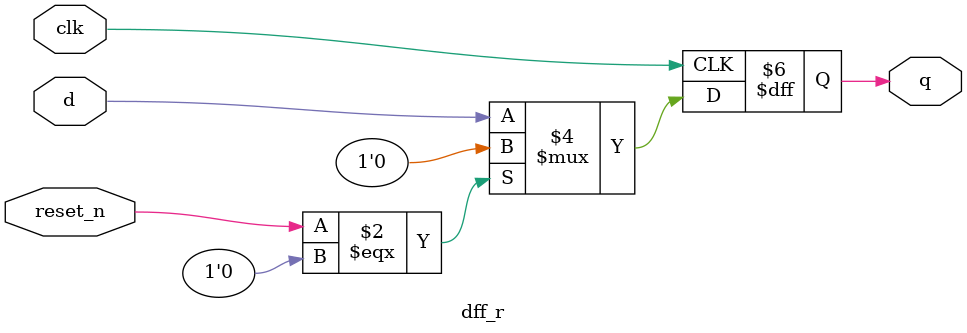
<source format=v>


module dff_r(clk, reset_n, d, q); // 2-bit register dff_2_r for control state

input clk, reset_n;
input d;
output reg q;

// this dff is 2bit capacity and under control of clk and reset_n

always @(posedge clk)
	begin
		if(reset_n ===1'b0)	q <= 1'b0;
		else						q <= d;
	end
endmodule

</source>
